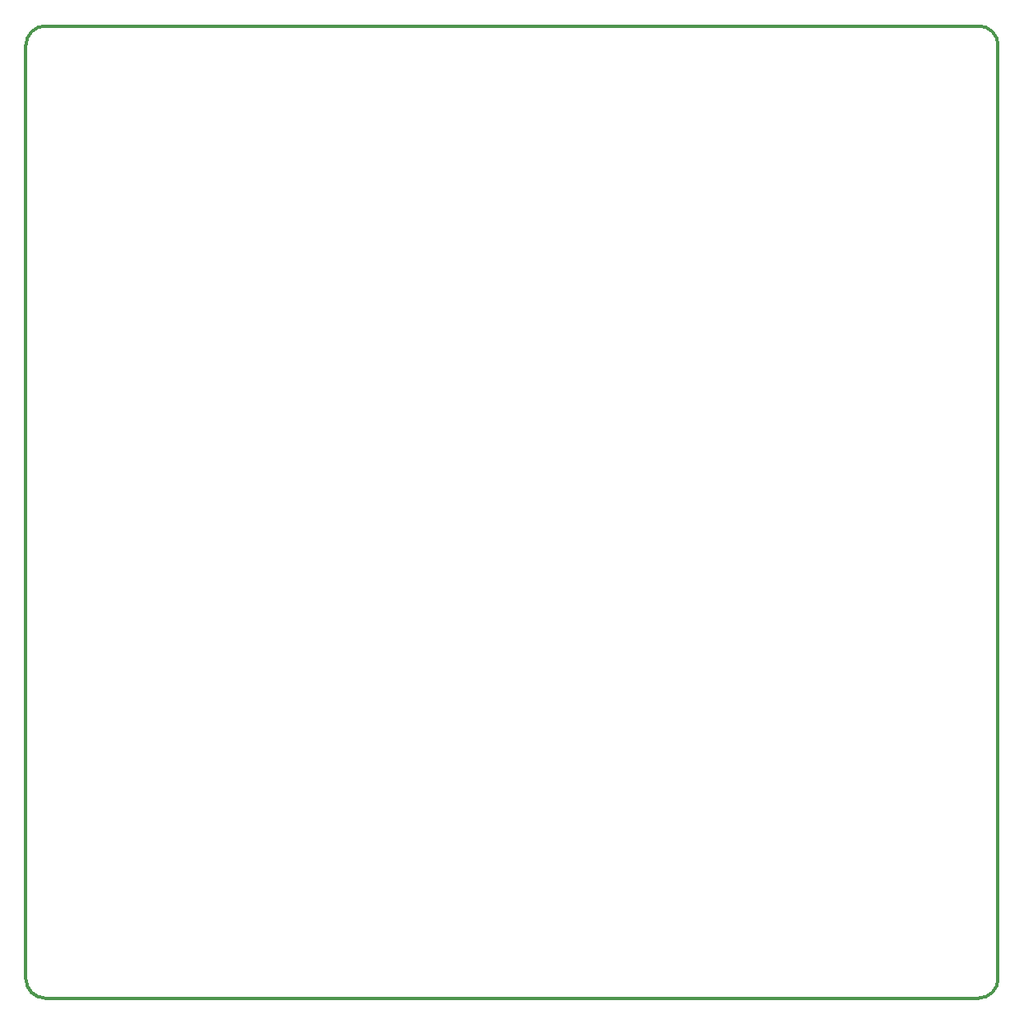
<source format=gm1>
G04 #@! TF.GenerationSoftware,KiCad,Pcbnew,(5.1.10)-1*
G04 #@! TF.CreationDate,2021-10-13T16:23:49+02:00*
G04 #@! TF.ProjectId,Load_5R,4c6f6164-5f35-4522-9e6b-696361645f70,rev?*
G04 #@! TF.SameCoordinates,Original*
G04 #@! TF.FileFunction,Profile,NP*
%FSLAX46Y46*%
G04 Gerber Fmt 4.6, Leading zero omitted, Abs format (unit mm)*
G04 Created by KiCad (PCBNEW (5.1.10)-1) date 2021-10-13 16:23:49*
%MOMM*%
%LPD*%
G01*
G04 APERTURE LIST*
G04 #@! TA.AperFunction,Profile*
%ADD10C,0.300000*%
G04 #@! TD*
G04 APERTURE END LIST*
D10*
X52000000Y-150000000D02*
G75*
G02*
X50000000Y-148000000I0J2000000D01*
G01*
X150000000Y-148000000D02*
G75*
G02*
X148000000Y-150000000I-2000000J0D01*
G01*
X148000000Y-50000000D02*
G75*
G02*
X150000000Y-52000000I0J-2000000D01*
G01*
X50000000Y-52000000D02*
G75*
G02*
X52000000Y-50000000I2000000J0D01*
G01*
X150000000Y-52000000D02*
X150000000Y-148000000D01*
X52000000Y-50000000D02*
X148000000Y-50000000D01*
X50000000Y-148000000D02*
X50000000Y-52000000D01*
X148000000Y-150000000D02*
X52000000Y-150000000D01*
M02*

</source>
